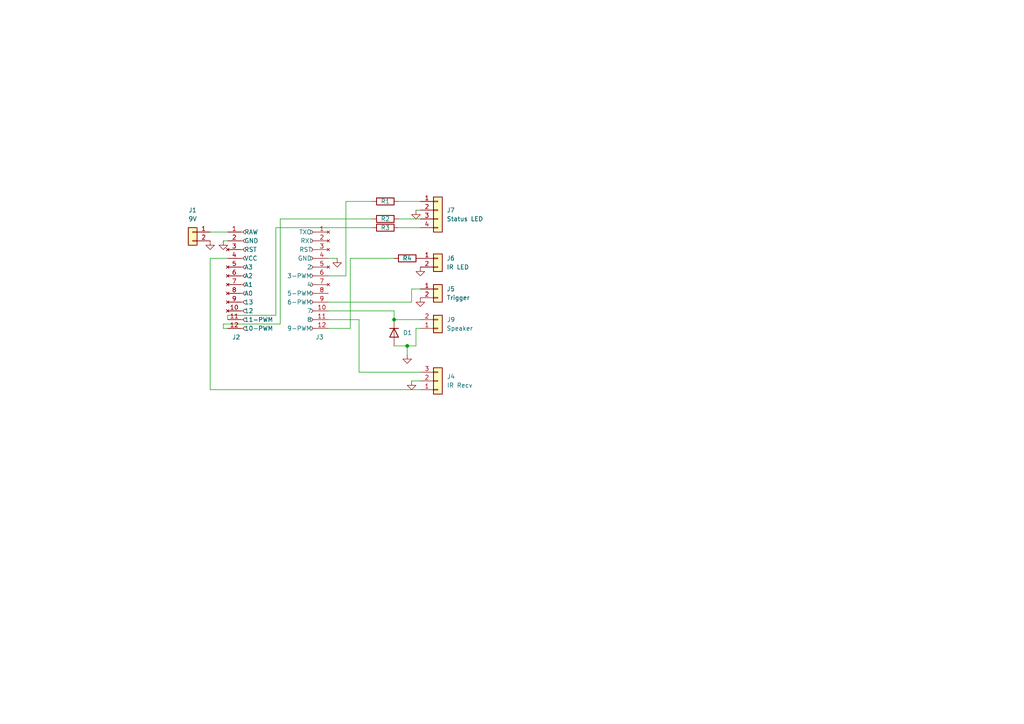
<source format=kicad_sch>
(kicad_sch (version 20211123) (generator eeschema)
  (paper "A4")
  (lib_symbols
    (symbol "Conn_01x12_Female_1" (pin_names (offset 1.016))
      (property "Reference" "J3" (at -2.54 -17.78 0))
      (symbol "Conn_01x12_Female_1_1_1"
        (arc (start 0 -14.732) (mid -0.508 -15.24) (end 0 -15.748) (stroke (width 0.1524)))
        (arc (start 0 -12.192) (mid -0.508 -12.7) (end 0 -13.208) (stroke (width 0.1524)))
        (arc (start 0 -9.652) (mid -0.508 -10.16) (end 0 -10.668) (stroke (width 0.1524)))
        (arc (start 0 -7.112) (mid -0.508 -7.62) (end 0 -8.128) (stroke (width 0.1524)))
        (arc (start 0 -4.572) (mid -0.508 -5.08) (end 0 -5.588) (stroke (width 0.1524)))
        (arc (start 0 -2.032) (mid -0.508 -2.54) (end 0 -3.048) (stroke (width 0.1524)))
        (polyline (pts (xy -1.27 -15.24) (xy -0.508 -15.24)) (stroke (width 0.1524)))
        (polyline (pts (xy -1.27 -12.7) (xy -0.508 -12.7)) (stroke (width 0.1524)))
        (polyline (pts (xy -1.27 -10.16) (xy -0.508 -10.16)) (stroke (width 0.1524)))
        (polyline (pts (xy -1.27 -7.62) (xy -0.508 -7.62)) (stroke (width 0.1524)))
        (polyline (pts (xy -1.27 -5.08) (xy -0.508 -5.08)) (stroke (width 0.1524)))
        (polyline (pts (xy -1.27 -2.54) (xy -0.508 -2.54)) (stroke (width 0.1524)))
        (polyline (pts (xy -1.27 0) (xy -0.508 0)) (stroke (width 0.1524)))
        (polyline (pts (xy -1.27 2.54) (xy -0.508 2.54)) (stroke (width 0.1524)))
        (polyline (pts (xy -1.27 5.08) (xy -0.508 5.08)) (stroke (width 0.1524)))
        (polyline (pts (xy -1.27 7.62) (xy -0.508 7.62)) (stroke (width 0.1524)))
        (polyline (pts (xy -1.27 10.16) (xy -0.508 10.16)) (stroke (width 0.1524)))
        (polyline (pts (xy -1.27 12.7) (xy -0.508 12.7)) (stroke (width 0.1524)))
        (arc (start 0 0.508) (mid -0.508 0) (end 0 -0.508) (stroke (width 0.1524)))
        (arc (start 0 3.048) (mid -0.508 2.54) (end 0 2.032) (stroke (width 0.1524)))
        (arc (start 0 5.588) (mid -0.508 5.08) (end 0 4.572) (stroke (width 0.1524)))
        (arc (start 0 8.128) (mid -0.508 7.62) (end 0 7.112) (stroke (width 0.1524)))
        (arc (start 0 10.668) (mid -0.508 10.16) (end 0 9.652) (stroke (width 0.1524)))
        (arc (start 0 13.208) (mid -0.508 12.7) (end 0 12.192) (stroke (width 0.1524)))
        (pin no_connect line (at -5.08 12.7 0) (length 3.81) (name "TXO") (number "1"))
        (pin passive line (at -5.08 -10.16 0) (length 3.81) (name "7") (number "10"))
        (pin passive line (at -5.08 -12.7 0) (length 3.81) (name "8") (number "11"))
        (pin passive line (at -5.08 -15.24 0) (length 3.81) (name "9-PWM") (number "12"))
        (pin no_connect line (at -5.08 10.16 0) (length 3.81) (name "RXI") (number "2"))
        (pin no_connect line (at -5.08 7.62 0) (length 3.81) (name "RST") (number "3"))
        (pin power_out line (at -5.08 5.08 0) (length 3.81) (name "GND") (number "4"))
        (pin no_connect line (at -5.08 2.54 0) (length 3.81) (name "2") (number "5"))
        (pin passive line (at -5.08 0 0) (length 3.81) (name "3-PWM") (number "6"))
        (pin no_connect line (at -5.08 -2.54 0) (length 3.81) (name "4") (number "7"))
        (pin passive line (at -5.08 -5.08 0) (length 3.81) (name "5-PWM") (number "8"))
        (pin passive line (at -5.08 -7.62 0) (length 3.81) (name "6-PWM") (number "9"))
      )
    )
    (symbol "Connector:Conn_01x12_Female" (pin_names (offset 1.016))
      (property "Reference" "J2" (at -3.81 -17.78 0))
      (symbol "Conn_01x12_Female_1_1"
        (arc (start 0 -14.732) (mid -0.508 -15.24) (end 0 -15.748) (stroke (width 0.1524)))
        (arc (start 0 -12.192) (mid -0.508 -12.7) (end 0 -13.208) (stroke (width 0.1524)))
        (arc (start 0 -9.652) (mid -0.508 -10.16) (end 0 -10.668) (stroke (width 0.1524)))
        (arc (start 0 -7.112) (mid -0.508 -7.62) (end 0 -8.128) (stroke (width 0.1524)))
        (arc (start 0 -4.572) (mid -0.508 -5.08) (end 0 -5.588) (stroke (width 0.1524)))
        (arc (start 0 -2.032) (mid -0.508 -2.54) (end 0 -3.048) (stroke (width 0.1524)))
        (polyline (pts (xy -1.27 -15.24) (xy -0.508 -15.24)) (stroke (width 0.1524)))
        (polyline (pts (xy -1.27 -12.7) (xy -0.508 -12.7)) (stroke (width 0.1524)))
        (polyline (pts (xy -1.27 -10.16) (xy -0.508 -10.16)) (stroke (width 0.1524)))
        (polyline (pts (xy -1.27 -7.62) (xy -0.508 -7.62)) (stroke (width 0.1524)))
        (polyline (pts (xy -1.27 -5.08) (xy -0.508 -5.08)) (stroke (width 0.1524)))
        (polyline (pts (xy -1.27 -2.54) (xy -0.508 -2.54)) (stroke (width 0.1524)))
        (polyline (pts (xy -1.27 0) (xy -0.508 0)) (stroke (width 0.1524)))
        (polyline (pts (xy -1.27 2.54) (xy -0.508 2.54)) (stroke (width 0.1524)))
        (polyline (pts (xy -1.27 5.08) (xy -0.508 5.08)) (stroke (width 0.1524)))
        (polyline (pts (xy -1.27 7.62) (xy -0.508 7.62)) (stroke (width 0.1524)))
        (polyline (pts (xy -1.27 10.16) (xy -0.508 10.16)) (stroke (width 0.1524)))
        (polyline (pts (xy -1.27 12.7) (xy -0.508 12.7)) (stroke (width 0.1524)))
        (arc (start 0 0.508) (mid -0.508 0) (end 0 -0.508) (stroke (width 0.1524)))
        (arc (start 0 3.048) (mid -0.508 2.54) (end 0 2.032) (stroke (width 0.1524)))
        (arc (start 0 5.588) (mid -0.508 5.08) (end 0 4.572) (stroke (width 0.1524)))
        (arc (start 0 8.128) (mid -0.508 7.62) (end 0 7.112) (stroke (width 0.1524)))
        (arc (start 0 10.668) (mid -0.508 10.16) (end 0 9.652) (stroke (width 0.1524)))
        (arc (start 0 13.208) (mid -0.508 12.7) (end 0 12.192) (stroke (width 0.1524)))
        (pin passive line (at -5.08 12.7 0) (length 3.81) (name "RAW") (number "1"))
        (pin no_connect line (at -5.08 -10.16 0) (length 3.81) (name "12") (number "10"))
        (pin passive line (at -5.08 -12.7 0) (length 3.81) (name "11-PWM") (number "11"))
        (pin passive line (at -5.08 -15.24 0) (length 3.81) (name "10-PWM") (number "12"))
        (pin passive line (at -5.08 10.16 0) (length 3.81) (name "GND") (number "2"))
        (pin no_connect line (at -5.08 7.62 0) (length 3.81) (name "RST") (number "3"))
        (pin passive line (at -5.08 5.08 0) (length 3.81) (name "VCC") (number "4"))
        (pin no_connect line (at -5.08 2.54 0) (length 3.81) (name "A3") (number "5"))
        (pin no_connect line (at -5.08 0 0) (length 3.81) (name "A2") (number "6"))
        (pin no_connect line (at -5.08 -2.54 0) (length 3.81) (name "A1") (number "7"))
        (pin no_connect line (at -5.08 -5.08 0) (length 3.81) (name "A0") (number "8"))
        (pin no_connect line (at -5.08 -7.62 0) (length 3.81) (name "13") (number "9"))
      )
    )
    (symbol "Connector_Generic:Conn_01x02" (pin_names (offset 1.016) hide)
      (property "Reference" "J" (at 0 2.54 0))
      (property "Value" "Conn_01x02" (at 0 -5.08 0))
      (symbol "Conn_01x02_1_1"
        (rectangle (start -1.27 -2.413) (end 0 -2.667) (stroke (width 0.1524)))
        (rectangle (start -1.27 0.127) (end 0 -0.127) (stroke (width 0.1524)))
        (rectangle (start -1.27 1.27) (end 1.27 -3.81) (stroke (width 0.254)) (fill (type background)))
        (pin passive line (at -5.08 0 0) (length 3.81) (name "Pin_1") (number "1"))
        (pin passive line (at -5.08 -2.54 0) (length 3.81) (name "Pin_2") (number "2"))
      )
    )
    (symbol "Connector_Generic:Conn_01x03" (pin_names (offset 1.016) hide)
      (property "Reference" "J" (at 0 5.08 0))
      (property "Value" "Conn_01x03" (at 0 -5.08 0))
      (symbol "Conn_01x03_1_1"
        (rectangle (start -1.27 -2.413) (end 0 -2.667) (stroke (width 0.1524)))
        (rectangle (start -1.27 0.127) (end 0 -0.127) (stroke (width 0.1524)))
        (rectangle (start -1.27 2.667) (end 0 2.413) (stroke (width 0.1524)))
        (rectangle (start -1.27 3.81) (end 1.27 -3.81) (stroke (width 0.254)) (fill (type background)))
        (pin passive line (at -5.08 2.54 0) (length 3.81) (name "Pin_1") (number "1"))
        (pin passive line (at -5.08 0 0) (length 3.81) (name "Pin_2") (number "2"))
        (pin passive line (at -5.08 -2.54 0) (length 3.81) (name "Pin_3") (number "3"))
      )
    )
    (symbol "Connector_Generic:Conn_01x04" (pin_names (offset 1.016) hide)
      (property "Reference" "J" (at 0 5.08 0))
      (property "Value" "Conn_01x04" (at 0 -7.62 0))
      (symbol "Conn_01x04_1_1"
        (rectangle (start -1.27 -4.953) (end 0 -5.207) (stroke (width 0.1524)))
        (rectangle (start -1.27 -2.413) (end 0 -2.667) (stroke (width 0.1524)))
        (rectangle (start -1.27 0.127) (end 0 -0.127) (stroke (width 0.1524)))
        (rectangle (start -1.27 2.667) (end 0 2.413) (stroke (width 0.1524)))
        (rectangle (start -1.27 3.81) (end 1.27 -6.35) (stroke (width 0.254)) (fill (type background)))
        (pin passive line (at -5.08 2.54 0) (length 3.81) (name "Pin_1") (number "1"))
        (pin passive line (at -5.08 0 0) (length 3.81) (name "Pin_2") (number "2"))
        (pin passive line (at -5.08 -2.54 0) (length 3.81) (name "Pin_3") (number "3"))
        (pin passive line (at -5.08 -5.08 0) (length 3.81) (name "Pin_4") (number "4"))
      )
    )
    (symbol "Device:D" (pin_numbers hide) (pin_names (offset 1.016) hide)
      (property "Reference" "D" (at 0 2.54 0))
      (property "Value" "D" (at 0 -2.54 0))
      (symbol "D_0_1"
        (polyline (pts (xy -1.27 1.27) (xy -1.27 -1.27)) (stroke (width 0.254)))
        (polyline (pts (xy 1.27 0) (xy -1.27 0)))
        (polyline (pts (xy 1.27 1.27) (xy 1.27 -1.27) (xy -1.27 0) (xy 1.27 1.27)) (stroke (width 0.254)))
      )
      (symbol "D_1_1"
        (pin passive line (at -3.81 0 0) (length 2.54) (name "K") (number "1"))
        (pin passive line (at 3.81 0 180) (length 2.54) (name "A") (number "2"))
      )
    )
    (symbol "Device:R" (pin_numbers hide) (pin_names (offset 0))
      (property "Reference" "R" (at 2.032 0 90))
      (property "Value" "R" (at 0 0 90))
      (symbol "R_0_1"
        (rectangle (start -1.016 -2.54) (end 1.016 2.54) (stroke (width 0.254)))
      )
      (symbol "R_1_1"
        (pin passive line (at 0 3.81 270) (length 1.27) (name "~") (number "1"))
        (pin passive line (at 0 -3.81 90) (length 1.27) (name "~") (number "2"))
      )
    )
    (symbol "power:GND" (power) (pin_names (offset 0))
      (property "Value" "GND" (at 0 -3.81 0))
      (symbol "GND_0_1"
        (polyline (pts (xy 0 0) (xy 0 -1.27) (xy 1.27 -1.27) (xy 0 -2.54) (xy -1.27 -1.27) (xy 0 -1.27)))
      )
      (symbol "GND_1_1"
        (pin power_in line (at 0 0 270) (length 0) hide (name "GND") (number "1"))
      )
    )
  )
  (junction (at 114.3 92.71))
  (junction (at 118.11 100.33))
  (wire (pts (xy 81.28 93.98) (xy 64.77 93.98)))
  (wire (pts (xy 119.38 110.49) (xy 121.92 110.49)))
  (wire (pts (xy 115.57 58.42) (xy 121.92 58.42)))
  (wire (pts (xy 95.25 92.71) (xy 104.14 92.71)))
  (wire (pts (xy 95.25 95.25) (xy 101.6 95.25)))
  (wire (pts (xy 114.3 92.71) (xy 121.92 92.71)))
  (wire (pts (xy 64.77 69.85) (xy 66.04 69.85)))
  (wire (pts (xy 64.77 93.98) (xy 64.77 95.25)))
  (wire (pts (xy 66.04 92.71) (xy 66.04 91.44)))
  (wire (pts (xy 100.33 80.01) (xy 100.33 58.42)))
  (wire (pts (xy 66.04 95.25) (xy 64.77 95.25)))
  (wire (pts (xy 115.57 66.04) (xy 121.92 66.04)))
  (wire (pts (xy 120.65 95.25) (xy 120.65 100.33)))
  (wire (pts (xy 118.11 100.33) (xy 118.11 102.87)))
  (wire (pts (xy 60.96 74.93) (xy 60.96 113.03)))
  (wire (pts (xy 80.01 66.04) (xy 107.95 66.04)))
  (wire (pts (xy 107.95 63.5) (xy 81.28 63.5)))
  (wire (pts (xy 119.38 83.82) (xy 121.92 83.82)))
  (wire (pts (xy 66.04 91.44) (xy 80.01 91.44)))
  (wire (pts (xy 118.11 100.33) (xy 114.3 100.33)))
  (wire (pts (xy 66.04 74.93) (xy 60.96 74.93)))
  (wire (pts (xy 119.38 83.82) (xy 119.38 87.63)))
  (wire (pts (xy 81.28 63.5) (xy 81.28 93.98)))
  (wire (pts (xy 104.14 92.71) (xy 104.14 107.95)))
  (wire (pts (xy 95.25 87.63) (xy 119.38 87.63)))
  (wire (pts (xy 95.25 80.01) (xy 100.33 80.01)))
  (wire (pts (xy 95.25 90.17) (xy 114.3 90.17)))
  (wire (pts (xy 101.6 74.93) (xy 114.3 74.93)))
  (wire (pts (xy 120.65 100.33) (xy 118.11 100.33)))
  (wire (pts (xy 95.25 74.93) (xy 97.79 74.93)))
  (wire (pts (xy 101.6 95.25) (xy 101.6 74.93)))
  (wire (pts (xy 121.92 95.25) (xy 120.65 95.25)))
  (wire (pts (xy 104.14 107.95) (xy 121.92 107.95)))
  (wire (pts (xy 120.65 60.96) (xy 121.92 60.96)))
  (wire (pts (xy 60.96 67.31) (xy 66.04 67.31)))
  (wire (pts (xy 100.33 58.42) (xy 107.95 58.42)))
  (wire (pts (xy 114.3 90.17) (xy 114.3 92.71)))
  (wire (pts (xy 80.01 91.44) (xy 80.01 66.04)))
  (wire (pts (xy 121.92 113.03) (xy 60.96 113.03)))
  (wire (pts (xy 115.57 63.5) (xy 121.92 63.5)))
  (symbol (lib_id "Connector_Generic:Conn_01x02") (at 127 95.25 0) (mirror x) (unit 1)
    (property "Reference" "J9" (at 130.81 92.71 0))
    (property "Value" "Speaker" (at 133.35 95.25 0))
    (property "Footprint" "Connector_PinHeader_2.54mm:PinHeader_1x02_P2.54mm_Vertical" (effects hide))
  )
  (symbol (lib_id "Connector_Generic:Conn_01x02") (at 127 83.82 0) (unit 1)
    (property "Reference" "J5" (at 129.54 83.8199 0) (effects (justify left)))
    (property "Value" "Trigger" (at 129.54 86.3599 0) (effects (justify left)))
    (property "Footprint" "Connector_PinHeader_2.54mm:PinHeader_1x02_P2.54mm_Vertical" (effects hide))
  )
  (symbol (lib_id "power:GND") (at 64.77 69.85 0) (unit 1)
    (property "Reference" "#PWR0101" (effects hide))
    (property "Value" "GND" (effects hide))
  )
  (symbol (lib_id "Connector_Generic:Conn_01x04") (at 127 60.96 0) (unit 1)
    (property "Reference" "J7" (at 129.54 60.9599 0) (effects (justify left)))
    (property "Value" "Status LED" (at 129.54 63.4999 0) (effects (justify left)))
    (property "Footprint" "Connector_PinHeader_2.54mm:PinHeader_1x04_P2.54mm_Vertical" (effects hide))
  )
  (symbol (lib_id "Device:D") (at 114.3 96.52 270) (unit 1)
    (property "Reference" "D1" (at 116.84 96.5199 90) (effects (justify left)))
    (property "Value" "D" (effects hide))
    (property "Footprint" "Diode_THT:D_T-1_P10.16mm_Horizontal" (effects hide))
  )
  (symbol (lib_id "power:GND") (at 121.92 86.36 0) (unit 1)
    (property "Reference" "#PWR04" (effects hide))
    (property "Value" "GND" (effects hide))
  )
  (symbol (lib_id "Device:R") (at 111.76 66.04 90) (unit 1)
    (property "Reference" "R3" (at 111.76 66.04 90))
    (property "Value" "R" (effects hide))
    (property "Footprint" "Resistor_THT:R_Axial_DIN0207_L6.3mm_D2.5mm_P10.16mm_Horizontal" (effects hide))
  )
  (symbol (lib_id "power:GND") (at 121.92 77.47 0) (unit 1)
    (property "Reference" "#PWR05" (effects hide))
    (property "Value" "GND" (effects hide))
  )
  (symbol (lib_id "power:GND") (at 97.79 74.93 0) (unit 1)
    (property "Reference" "#PWR01" (effects hide))
    (property "Value" "GND" (effects hide))
  )
  (symbol (lib_id "Connector_Generic:Conn_01x03") (at 127 110.49 0) (mirror x) (unit 1)
    (property "Reference" "J4" (at 130.81 109.22 0))
    (property "Value" "IR Recv" (at 133.35 111.76 0))
    (property "Footprint" "Connector_PinHeader_2.54mm:PinHeader_1x03_P2.54mm_Vertical" (effects hide))
  )
  (symbol (lib_id "power:GND") (at 119.38 110.49 0) (unit 1)
    (property "Reference" "#PWR03" (effects hide))
    (property "Value" "GND" (effects hide))
  )
  (symbol (lib_id "Connector:Conn_01x12_Female") (at 71.12 80.01 0) (unit 1)
    (property "Reference" "J2" (at 67.31 97.79 0) (effects (justify left)))
    (property "Value" "Conn_01x12_Female" (effects hide))
    (property "Footprint" "Connector_PinSocket_2.54mm:PinSocket_1x12_P2.54mm_Vertical" (effects hide))
  )
  (symbol (lib_id "power:GND") (at 120.65 60.96 0) (unit 1)
    (property "Reference" "#PWR07" (effects hide))
    (property "Value" "GND" (effects hide))
  )
  (symbol (lib_id "Device:R") (at 118.11 74.93 90) (unit 1)
    (property "Reference" "R4" (at 118.11 74.93 90))
    (property "Value" "R" (effects hide))
    (property "Footprint" "Resistor_THT:R_Axial_DIN0207_L6.3mm_D2.5mm_P10.16mm_Horizontal" (effects hide))
  )
  (symbol (lib_id "Device:R") (at 111.76 58.42 90) (unit 1)
    (property "Reference" "R1" (at 111.76 58.42 90))
    (property "Value" "R" (effects hide))
    (property "Footprint" "Resistor_THT:R_Axial_DIN0207_L6.3mm_D2.5mm_P10.16mm_Horizontal" (effects hide))
  )
  (symbol (lib_id "Connector_Generic:Conn_01x02") (at 55.88 67.31 0) (mirror y) (unit 1)
    (property "Reference" "J1" (at 55.88 60.96 0))
    (property "Value" "9V" (at 55.88 63.5 0))
    (property "Footprint" "Connector_PinHeader_2.54mm:PinHeader_1x02_P2.54mm_Vertical" (effects hide))
  )
  (symbol (lib_id "power:GND") (at 60.96 69.85 0) (unit 1)
    (property "Reference" "#PWR0102" (effects hide))
    (property "Value" "GND" (effects hide))
  )
  (symbol (lib_id "Connector_Generic:Conn_01x02") (at 127 74.93 0) (unit 1)
    (property "Reference" "J6" (at 129.54 74.9299 0) (effects (justify left)))
    (property "Value" "IR LED" (at 129.54 77.4699 0) (effects (justify left)))
    (property "Footprint" "Connector_PinHeader_2.54mm:PinHeader_1x02_P2.54mm_Vertical" (effects hide))
  )
  (symbol (lib_name "Conn_01x12_Female_1") (lib_id "Connector:Conn_01x12_Female") (at 90.17 80.01 0) (mirror y) (unit 1)
    (property "Reference" "J3" (at 92.71 97.79 0))
    (property "Value" "Conn_01x12_Female" (effects hide))
    (property "Footprint" "Connector_PinSocket_2.54mm:PinSocket_1x12_P2.54mm_Vertical" (effects hide))
  )
  (symbol (lib_id "power:GND") (at 118.11 102.87 0) (unit 1)
    (property "Reference" "#PWR02" (effects hide))
    (property "Value" "GND" (effects hide))
  )
  (symbol (lib_id "Device:R") (at 111.76 63.5 90) (unit 1)
    (property "Reference" "R2" (at 111.76 63.5 90))
    (property "Value" "R" (effects hide))
    (property "Footprint" "Resistor_THT:R_Axial_DIN0207_L6.3mm_D2.5mm_P10.16mm_Horizontal" (effects hide))
  )
)
</source>
